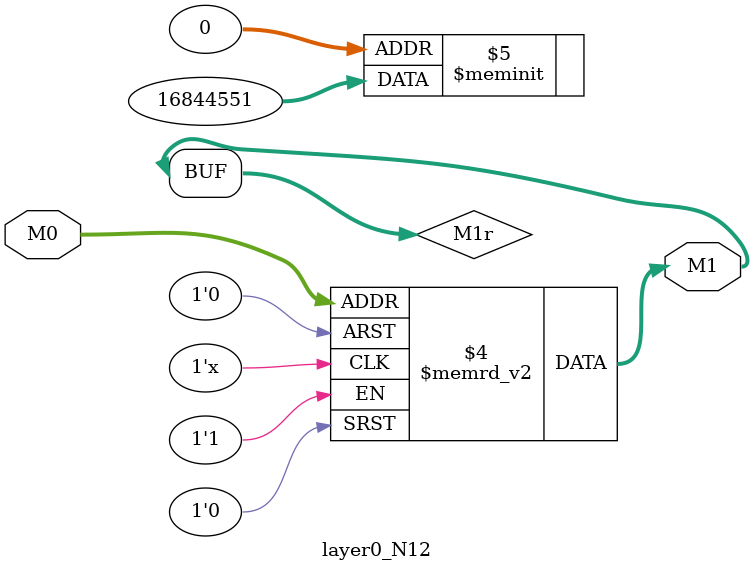
<source format=v>
module layer0_N12 ( input [3:0] M0, output [1:0] M1 );

	(*rom_style = "distributed" *) reg [1:0] M1r;
	assign M1 = M1r;
	always @ (M0) begin
		case (M0)
			4'b0000: M1r = 2'b11;
			4'b1000: M1r = 2'b01;
			4'b0100: M1r = 2'b11;
			4'b1100: M1r = 2'b01;
			4'b0010: M1r = 2'b00;
			4'b1010: M1r = 2'b00;
			4'b0110: M1r = 2'b00;
			4'b1110: M1r = 2'b00;
			4'b0001: M1r = 2'b01;
			4'b1001: M1r = 2'b00;
			4'b0101: M1r = 2'b01;
			4'b1101: M1r = 2'b00;
			4'b0011: M1r = 2'b00;
			4'b1011: M1r = 2'b00;
			4'b0111: M1r = 2'b00;
			4'b1111: M1r = 2'b00;

		endcase
	end
endmodule

</source>
